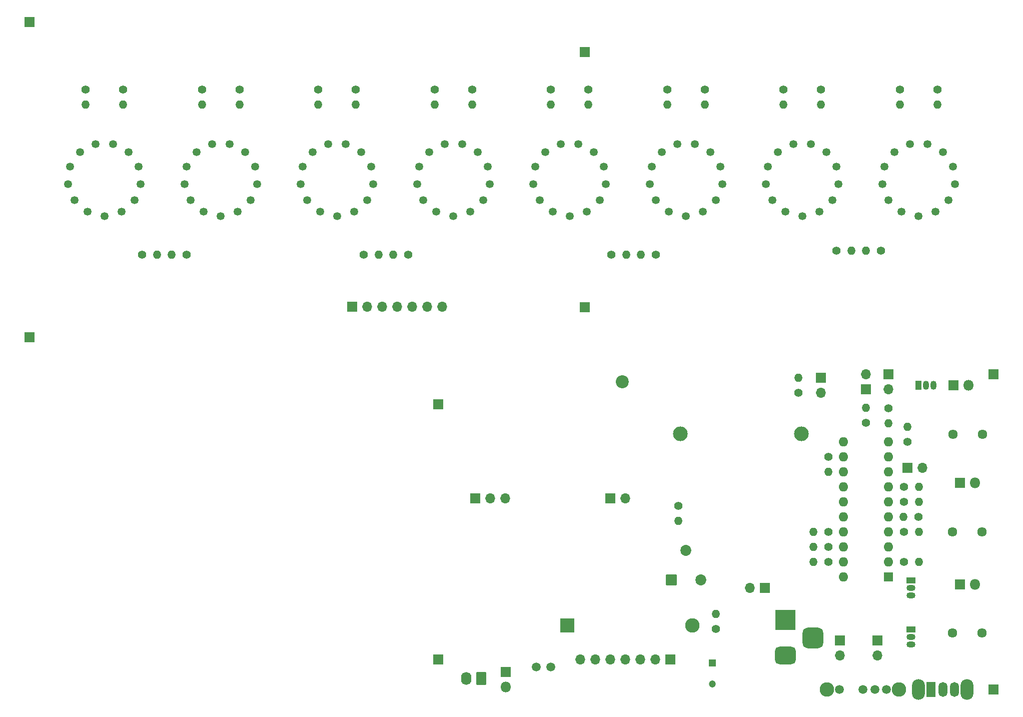
<source format=gbr>
G04 #@! TF.GenerationSoftware,KiCad,Pcbnew,7.0.10*
G04 #@! TF.CreationDate,2024-09-23T02:40:38-05:00*
G04 #@! TF.ProjectId,v2Panel,76325061-6e65-46c2-9e6b-696361645f70,rev?*
G04 #@! TF.SameCoordinates,Original*
G04 #@! TF.FileFunction,Soldermask,Bot*
G04 #@! TF.FilePolarity,Negative*
%FSLAX46Y46*%
G04 Gerber Fmt 4.6, Leading zero omitted, Abs format (unit mm)*
G04 Created by KiCad (PCBNEW 7.0.10) date 2024-09-23 02:40:38*
%MOMM*%
%LPD*%
G01*
G04 APERTURE LIST*
G04 Aperture macros list*
%AMRoundRect*
0 Rectangle with rounded corners*
0 $1 Rounding radius*
0 $2 $3 $4 $5 $6 $7 $8 $9 X,Y pos of 4 corners*
0 Add a 4 corners polygon primitive as box body*
4,1,4,$2,$3,$4,$5,$6,$7,$8,$9,$2,$3,0*
0 Add four circle primitives for the rounded corners*
1,1,$1+$1,$2,$3*
1,1,$1+$1,$4,$5*
1,1,$1+$1,$6,$7*
1,1,$1+$1,$8,$9*
0 Add four rect primitives between the rounded corners*
20,1,$1+$1,$2,$3,$4,$5,0*
20,1,$1+$1,$4,$5,$6,$7,0*
20,1,$1+$1,$6,$7,$8,$9,0*
20,1,$1+$1,$8,$9,$2,$3,0*%
G04 Aperture macros list end*
%ADD10C,2.200000*%
%ADD11C,1.400000*%
%ADD12O,1.400000X1.400000*%
%ADD13C,2.484000*%
%ADD14R,1.700000X1.700000*%
%ADD15O,1.700000X1.700000*%
%ADD16R,1.600000X1.600000*%
%ADD17O,1.600000X1.600000*%
%ADD18C,2.454000*%
%ADD19RoundRect,0.102000X-1.125000X-1.125000X1.125000X-1.125000X1.125000X1.125000X-1.125000X1.125000X0*%
%ADD20C,1.512000*%
%ADD21R,1.200000X1.200000*%
%ADD22C,1.200000*%
%ADD23C,1.612000*%
%ADD24R,1.800000X1.800000*%
%ADD25O,1.800000X1.800000*%
%ADD26RoundRect,0.250000X0.620000X0.845000X-0.620000X0.845000X-0.620000X-0.845000X0.620000X-0.845000X0*%
%ADD27O,1.740000X2.190000*%
%ADD28R,3.500000X3.500000*%
%ADD29RoundRect,0.750000X1.000000X-0.750000X1.000000X0.750000X-1.000000X0.750000X-1.000000X-0.750000X0*%
%ADD30RoundRect,0.875000X0.875000X-0.875000X0.875000X0.875000X-0.875000X0.875000X-0.875000X-0.875000X0*%
%ADD31R,1.050000X1.500000*%
%ADD32O,1.050000X1.500000*%
%ADD33R,1.500000X1.050000*%
%ADD34O,1.500000X1.050000*%
%ADD35O,2.200000X3.500000*%
%ADD36R,1.500000X2.500000*%
%ADD37O,1.500000X2.500000*%
%ADD38RoundRect,0.102000X-0.825000X0.825000X-0.825000X-0.825000X0.825000X-0.825000X0.825000X0.825000X0*%
%ADD39C,1.854000*%
%ADD40C,1.346200*%
G04 APERTURE END LIST*
D10*
X137784897Y-105226827D03*
D11*
X172659897Y-130626827D03*
D12*
X170119897Y-130626827D03*
D13*
X147642806Y-114037632D03*
X168132806Y-114037632D03*
D14*
X174614897Y-149041827D03*
D15*
X174614897Y-151581827D03*
D14*
X179059897Y-106501827D03*
D15*
X179059897Y-103961827D03*
D16*
X182869897Y-138246827D03*
D17*
X182869897Y-135706827D03*
X182869897Y-133166827D03*
X182869897Y-130626827D03*
X182869897Y-128086827D03*
X182869897Y-125546827D03*
X182869897Y-123006827D03*
X182869897Y-120466827D03*
X182869897Y-117926827D03*
X182869897Y-115386827D03*
X175249897Y-115386827D03*
X175249897Y-117926827D03*
X175249897Y-120466827D03*
X175249897Y-123006827D03*
X175249897Y-125546827D03*
X175249897Y-128086827D03*
X175249897Y-130626827D03*
X175249897Y-133166827D03*
X175249897Y-135706827D03*
X175249897Y-138246827D03*
D11*
X185459897Y-135706827D03*
D12*
X187999897Y-135706827D03*
D18*
X149654897Y-146501827D03*
D19*
X128454897Y-146501827D03*
D20*
X174548800Y-157338826D03*
X178548800Y-157338826D03*
X180548800Y-157338826D03*
X182548800Y-157338826D03*
D18*
X172448800Y-157338826D03*
X184648800Y-157338826D03*
D14*
X106669897Y-152216827D03*
D21*
X153024897Y-152851827D03*
D22*
X153024897Y-156351827D03*
D23*
X198704897Y-130626827D03*
X193704897Y-130626827D03*
D11*
X172709897Y-117976827D03*
D12*
X172709897Y-120516827D03*
D24*
X118099897Y-154346827D03*
D25*
X118099897Y-156886827D03*
D11*
X182869897Y-109721827D03*
D12*
X182869897Y-112261827D03*
D11*
X187899897Y-128086827D03*
D12*
X185359897Y-128086827D03*
D11*
X185459897Y-125546827D03*
D12*
X187999897Y-125546827D03*
D11*
X167629897Y-107081827D03*
D12*
X167629897Y-104541827D03*
D24*
X194934897Y-139516827D03*
D25*
X197474897Y-139516827D03*
D20*
X123199897Y-153486827D03*
X125699897Y-153486827D03*
D24*
X193889897Y-105861827D03*
D25*
X196429897Y-105861827D03*
D26*
X113911300Y-155433826D03*
D27*
X111371300Y-155433826D03*
D11*
X185459897Y-123006827D03*
D12*
X187999897Y-123006827D03*
D11*
X179059897Y-112161827D03*
D12*
X179059897Y-109621827D03*
D28*
X165402397Y-145581827D03*
D29*
X165402397Y-151581827D03*
D30*
X170102397Y-148581827D03*
D31*
X187949897Y-105861827D03*
D32*
X189219897Y-105861827D03*
X190489897Y-105861827D03*
D11*
X172659897Y-133166827D03*
D12*
X170119897Y-133166827D03*
D33*
X186679897Y-138881827D03*
D34*
X186679897Y-140151827D03*
X186679897Y-141421827D03*
D11*
X153659897Y-147086827D03*
D12*
X153659897Y-144546827D03*
D24*
X194934897Y-122371827D03*
D25*
X197474897Y-122371827D03*
D11*
X186044897Y-115386827D03*
D12*
X186044897Y-112846827D03*
D14*
X161914897Y-140151827D03*
D15*
X159374897Y-140151827D03*
D14*
X145973800Y-152258826D03*
D15*
X143433800Y-152258826D03*
X140893800Y-152258826D03*
X138353800Y-152258826D03*
X135813800Y-152258826D03*
X133273800Y-152258826D03*
X130733800Y-152258826D03*
D35*
X187938800Y-157338826D03*
X196138800Y-157338826D03*
D36*
X190038800Y-157338826D03*
D37*
X192038800Y-157338826D03*
X194038800Y-157338826D03*
D14*
X171439897Y-104586827D03*
D15*
X171439897Y-107126827D03*
D23*
X198704897Y-147771827D03*
X193704897Y-147771827D03*
D38*
X146079897Y-138801827D03*
D39*
X148579897Y-133801827D03*
X151079897Y-138801827D03*
D14*
X182869897Y-103956827D03*
D15*
X182869897Y-106496827D03*
D14*
X186044897Y-119831827D03*
D15*
X188584897Y-119831827D03*
D11*
X147309897Y-126231827D03*
D12*
X147309897Y-128771827D03*
D14*
X200649897Y-157296827D03*
X200649897Y-103956827D03*
X180964897Y-149041827D03*
D15*
X180964897Y-151581827D03*
D40*
X163169388Y-74539295D03*
X173354788Y-74539295D03*
X174406348Y-71768155D03*
X174048208Y-68829375D03*
X172366728Y-66390975D03*
X169742908Y-65014295D03*
X166781268Y-65014295D03*
X164157448Y-66390975D03*
X162475968Y-68829375D03*
X162117828Y-71768155D03*
X168262088Y-77211375D03*
X171137368Y-76502715D03*
X165386808Y-76502715D03*
D11*
X86347088Y-55833935D03*
D12*
X86347088Y-58373935D03*
D40*
X182854388Y-74539295D03*
X193039788Y-74539295D03*
X194091348Y-71768155D03*
X193733208Y-68829375D03*
X192051728Y-66390975D03*
X189427908Y-65014295D03*
X186466268Y-65014295D03*
X183842448Y-66390975D03*
X182160968Y-68829375D03*
X181802828Y-71768155D03*
X187947088Y-77211375D03*
X190822368Y-76502715D03*
X185071808Y-76502715D03*
D11*
X125717088Y-55833935D03*
D12*
X125717088Y-58373935D03*
D11*
X46977088Y-55833935D03*
D12*
X46977088Y-58373935D03*
D40*
X84429388Y-74539295D03*
X94614788Y-74539295D03*
X95666348Y-71768155D03*
X95308208Y-68829375D03*
X93626728Y-66390975D03*
X91002908Y-65014295D03*
X88041268Y-65014295D03*
X85417448Y-66390975D03*
X83735968Y-68829375D03*
X83377828Y-71768155D03*
X89522088Y-77211375D03*
X92397368Y-76502715D03*
X86646808Y-76502715D03*
D11*
X101537088Y-83723935D03*
D12*
X98997088Y-83723935D03*
D40*
X45059388Y-74539295D03*
X55244788Y-74539295D03*
X56296348Y-71768155D03*
X55938208Y-68829375D03*
X54256728Y-66390975D03*
X51632908Y-65014295D03*
X48671268Y-65014295D03*
X46047448Y-66390975D03*
X44365968Y-68829375D03*
X44007828Y-71768155D03*
X50152088Y-77211375D03*
X53027368Y-76502715D03*
X47276808Y-76502715D03*
D11*
X112382088Y-55833935D03*
D12*
X112382088Y-58373935D03*
D11*
X165087088Y-55833935D03*
D12*
X165087088Y-58373935D03*
D11*
X151752088Y-55833935D03*
D12*
X151752088Y-58373935D03*
D11*
X174027088Y-83088935D03*
D12*
X176567088Y-83088935D03*
D11*
X64072088Y-83723935D03*
D12*
X61532088Y-83723935D03*
D11*
X53327088Y-55833935D03*
D12*
X53327088Y-58373935D03*
D14*
X37452088Y-97693935D03*
D11*
X92697088Y-55833935D03*
D12*
X92697088Y-58373935D03*
D11*
X94017088Y-83723935D03*
D12*
X96557088Y-83723935D03*
D11*
X132067088Y-55833935D03*
D12*
X132067088Y-58373935D03*
D40*
X104114388Y-74539295D03*
X114299788Y-74539295D03*
X115351348Y-71768155D03*
X114993208Y-68829375D03*
X113311728Y-66390975D03*
X110687908Y-65014295D03*
X107726268Y-65014295D03*
X105102448Y-66390975D03*
X103420968Y-68829375D03*
X103062828Y-71768155D03*
X109207088Y-77211375D03*
X112082368Y-76502715D03*
X106331808Y-76502715D03*
D14*
X37452088Y-44353935D03*
D11*
X171437088Y-55833935D03*
D12*
X171437088Y-58373935D03*
D11*
X145402088Y-55833935D03*
D12*
X145402088Y-58373935D03*
D11*
X191122088Y-55833935D03*
D12*
X191122088Y-58373935D03*
D11*
X143447088Y-83723935D03*
D12*
X140907088Y-83723935D03*
D14*
X92082088Y-92588935D03*
D15*
X94622088Y-92588935D03*
X97162088Y-92588935D03*
X99702088Y-92588935D03*
X102242088Y-92588935D03*
X104782088Y-92588935D03*
X107322088Y-92588935D03*
D11*
X181547088Y-83088935D03*
D12*
X179007088Y-83088935D03*
D11*
X184772088Y-55833935D03*
D12*
X184772088Y-58373935D03*
D11*
X135927088Y-83723935D03*
D12*
X138467088Y-83723935D03*
D11*
X56552088Y-83723935D03*
D12*
X59092088Y-83723935D03*
D14*
X131432088Y-92613935D03*
D11*
X73012088Y-55833935D03*
D12*
X73012088Y-58373935D03*
D40*
X123799388Y-74539295D03*
X133984788Y-74539295D03*
X135036348Y-71768155D03*
X134678208Y-68829375D03*
X132996728Y-66390975D03*
X130372908Y-65014295D03*
X127411268Y-65014295D03*
X124787448Y-66390975D03*
X123105968Y-68829375D03*
X122747828Y-71768155D03*
X128892088Y-77211375D03*
X131767368Y-76502715D03*
X126016808Y-76502715D03*
D11*
X106032088Y-55833935D03*
D12*
X106032088Y-58373935D03*
D40*
X64744388Y-74539295D03*
X74929788Y-74539295D03*
X75981348Y-71768155D03*
X75623208Y-68829375D03*
X73941728Y-66390975D03*
X71317908Y-65014295D03*
X68356268Y-65014295D03*
X65732448Y-66390975D03*
X64050968Y-68829375D03*
X63692828Y-71768155D03*
X69837088Y-77211375D03*
X72712368Y-76502715D03*
X66961808Y-76502715D03*
X143484388Y-74539295D03*
X153669788Y-74539295D03*
X154721348Y-71768155D03*
X154363208Y-68829375D03*
X152681728Y-66390975D03*
X150057908Y-65014295D03*
X147096268Y-65014295D03*
X144472448Y-66390975D03*
X142790968Y-68829375D03*
X142432828Y-71768155D03*
X148577088Y-77211375D03*
X151452368Y-76502715D03*
X145701808Y-76502715D03*
D14*
X131432088Y-49433935D03*
D11*
X66662088Y-55833935D03*
D12*
X66662088Y-58373935D03*
D33*
X186679897Y-147136827D03*
D34*
X186679897Y-148406827D03*
X186679897Y-149676827D03*
D23*
X198784897Y-114116827D03*
X193784897Y-114116827D03*
D14*
X135808800Y-124953826D03*
D15*
X138348800Y-124953826D03*
D14*
X112953800Y-124953826D03*
D15*
X115493800Y-124953826D03*
X118033800Y-124953826D03*
D11*
X185459897Y-130626827D03*
D12*
X187999897Y-130626827D03*
D11*
X172659897Y-135706827D03*
D12*
X170119897Y-135706827D03*
D14*
X106669897Y-109036827D03*
M02*

</source>
